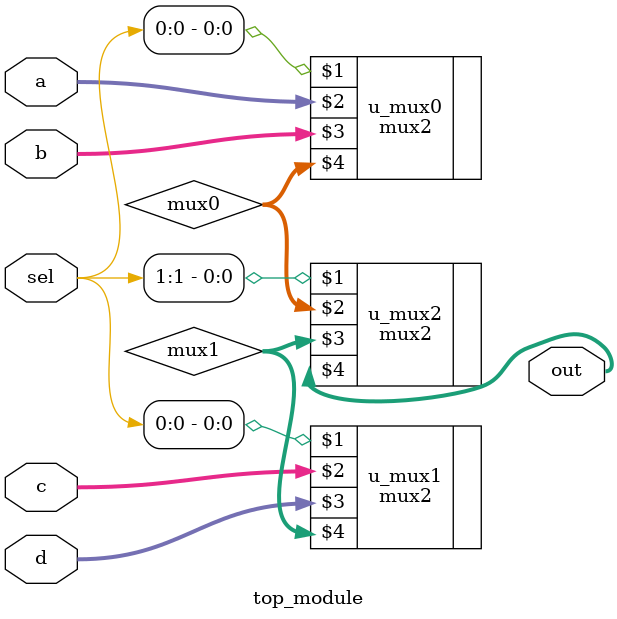
<source format=v>
module top_module (
    input [1:0] sel,
    input [7:0] a,
    input [7:0] b,
    input [7:0] c,
    input [7:0] d,
    output [7:0] out  ); //

    wire [7:0] mux0, mux1;
    mux2 u_mux0 ( sel[0],    a,    b, mux0 );
    mux2 u_mux1 ( sel[0],    c,    d, mux1 );
    mux2 u_mux2 ( sel[1], mux0, mux1,  out );

endmodule
</source>
